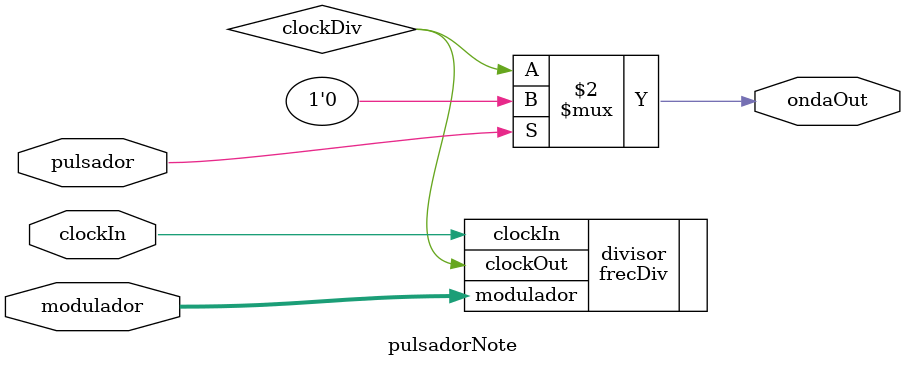
<source format=v>
`include "./frecDiv.v"

module pulsadorNote #(
    parameter integer FrecIn = 25000,    // Frecuencia de entrada fija (25 kHz)
    parameter integer FrecOut = 440      // Frecuencia de salida fija (por nota)
)(
    input wire clockIn,        // Reloj base de la FPGA (25 kHz)
    input wire pulsador,       // Entrada del pulsador (con pull-up, activa en 0)
    input wire [6:0] modulador, // Entrada de modulación (5 bits)
    output wire ondaOut        // Onda cuadrada generada cuando se presiona el pulsador
);

    wire clockDiv;       // Salida del divisor de frecuencia
    wire pulso_activo;   // Pulsador negado para lógica positiva

    assign pulso_activo = ~pulsador; // Negar la señal porque tiene pull-up

    // Instancia del divisor de frecuencia con modulación
    frecDiv #(
        .FrecIn(FrecIn), 
        .FrecOut(FrecOut)
    ) divisor (
        .clockIn(clockIn),
        .clockOut(clockDiv),
        .modulador(modulador)  // Entrada del modulador
    );

    // Solo deja pasar la señal cuando se presiona el pulsador
    assign ondaOut = pulso_activo ? clockDiv : 1'b0;

endmodule


</source>
